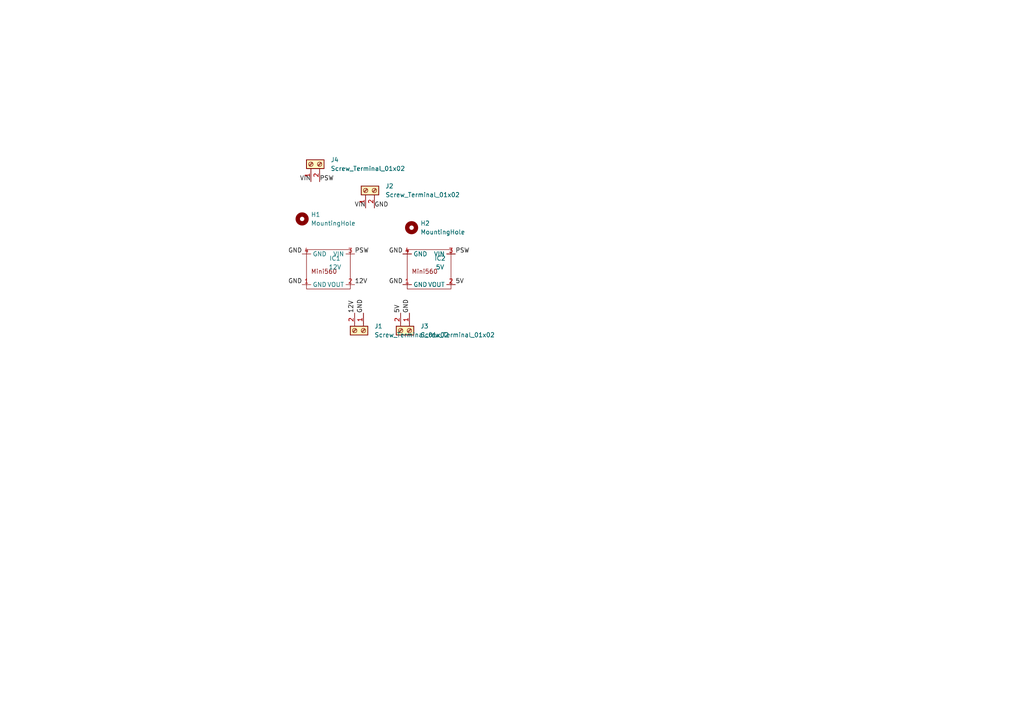
<source format=kicad_sch>
(kicad_sch (version 20211123) (generator eeschema)
  (paper "A4")
  (lib_symbols
    (symbol "Connector:Screw_Terminal_01x02" (pin_names (offset 1.016) hide)
      (property "Reference" "J" (at 0 2.54 0))
      (property "Value" "Screw_Terminal_01x02" (at 0 -5.08 0))
      (symbol "Screw_Terminal_01x02_1_1"
        (rectangle (start -1.27 1.27) (end 1.27 -3.81) (stroke (width 0.254)) (fill (type background)))
        (circle (center 0 -2.54) (radius 0.635) (stroke (width 0.1524)))
        (polyline (pts (xy -0.5334 -2.2098) (xy 0.3302 -3.048)) (stroke (width 0.1524)))
        (polyline (pts (xy -0.5334 0.3302) (xy 0.3302 -0.508)) (stroke (width 0.1524)))
        (polyline (pts (xy -0.3556 -2.032) (xy 0.508 -2.8702)) (stroke (width 0.1524)))
        (polyline (pts (xy -0.3556 0.508) (xy 0.508 -0.3302)) (stroke (width 0.1524)))
        (circle (center 0 0) (radius 0.635) (stroke (width 0.1524)))
        (pin passive line (at -5.08 0 0) (length 3.81) (name "Pin_1") (number "1"))
        (pin passive line (at -5.08 -2.54 0) (length 3.81) (name "Pin_2") (number "2"))
      )
    )
    (symbol "Mechanical:MountingHole" (pin_names (offset 1.016))
      (property "Reference" "H" (at 0 5.08 0))
      (property "Value" "MountingHole" (at 0 3.175 0))
      (symbol "MountingHole_0_1"
        (circle (center 0 0) (radius 1.27) (stroke (width 1.27)))
      )
    )
    (symbol "mini560:Mini560"
      (property "Reference" "IC" (at 0 0 0))
      (property "Value" "Mini560" (at 0 2.54 0))
      (symbol "Mini560_0_0"
        (text "Mini560" (at 2.54 -10.16 0) (effects (font (size 1.27 1.27))))
      )
      (symbol "Mini560_0_1"
        (rectangle (start -2.54 -3.81) (end 10.16 -15.24))
      )
      (symbol "Mini560_1_1"
        (pin output line (at -3.81 -13.97 0) (length 2.54) (name "GND") (number "1"))
        (pin output line (at 11.43 -13.97 180) (length 2.54) (name "VOUT") (number "2"))
        (pin input line (at 11.43 -5.08 180) (length 2.54) (name "VIN") (number "3"))
        (pin input line (at -3.81 -5.08 0) (length 2.54) (name "GND") (number "4"))
      )
    )
  )
  (label "VIN" (at 90.17 52.705 180))
  (label "PSW" (at 102.87 73.66 0))
  (label "PSW" (at 132.08 73.66 0))
  (label "PSW" (at 92.71 52.705 0))
  (label "GND" (at 116.84 82.55 180))
  (label "VIN" (at 106.045 60.325 180))
  (label "GND" (at 87.63 82.55 180))
  (label "12V" (at 102.87 90.805 90))
  (label "GND" (at 87.63 73.66 180))
  (label "12V" (at 102.87 82.55 0))
  (label "GND" (at 116.84 73.66 180))
  (label "5V" (at 116.205 90.805 90))
  (label "5V" (at 132.08 82.55 0))
  (label "GND" (at 105.41 90.805 90))
  (label "GND" (at 108.585 60.325 0))
  (label "GND" (at 118.745 90.805 90))
  (symbol (lib_id "Mechanical:MountingHole") (at 119.38 66.04 0) (unit 1)
    (property "Reference" "H2" (at 121.92 64.7699 0) (effects (justify left)))
    (property "Value" "MountingHole" (at 121.92 67.3099 0) (effects (justify left)))
    (property "Footprint" "MountingHole:MountingHole_3.2mm_M3" (effects hide))
  )
  (symbol (lib_id "Mechanical:MountingHole") (at 87.63 63.5 0) (unit 1)
    (property "Reference" "H1" (at 90.17 62.2299 0) (effects (justify left)))
    (property "Value" "MountingHole" (at 90.17 64.7699 0) (effects (justify left)))
    (property "Footprint" "MountingHole:MountingHole_3.2mm_M3" (effects hide))
  )
  (symbol (lib_id "mini560:Mini560") (at 91.44 68.58 0) (unit 1)
    (property "Reference" "IC1" (at 97.155 74.93 0))
    (property "Value" "12V" (at 97.155 77.47 0))
    (property "Footprint" "Library:Mini560" (effects hide))
  )
  (symbol (lib_id "Connector:Screw_Terminal_01x02") (at 106.045 55.245 90) (unit 1)
    (property "Reference" "J2" (at 111.76 53.9749 90) (effects (justify right)))
    (property "Value" "Screw_Terminal_01x02" (at 111.76 56.5149 90) (effects (justify right)))
    (property "Footprint" "TerminalBlock:TerminalBlock_bornier-2_P5.08mm" (effects hide))
  )
  (symbol (lib_id "mini560:Mini560") (at 120.65 68.58 0) (unit 1)
    (property "Reference" "IC2" (at 127.635 74.93 0))
    (property "Value" "5V" (at 127.635 77.47 0))
    (property "Footprint" "Library:Mini560" (effects hide))
  )
  (symbol (lib_id "Connector:Screw_Terminal_01x02") (at 105.41 95.885 270) (unit 1)
    (property "Reference" "J1" (at 108.585 94.6149 90) (effects (justify left)))
    (property "Value" "Screw_Terminal_01x02" (at 108.585 97.1549 90) (effects (justify left)))
    (property "Footprint" "TerminalBlock:TerminalBlock_bornier-2_P5.08mm" (effects hide))
  )
  (symbol (lib_id "Connector:Screw_Terminal_01x02") (at 118.745 95.885 270) (unit 1)
    (property "Reference" "J3" (at 121.92 94.6149 90) (effects (justify left)))
    (property "Value" "Screw_Terminal_01x02" (at 121.92 97.1549 90) (effects (justify left)))
    (property "Footprint" "TerminalBlock:TerminalBlock_bornier-2_P5.08mm" (effects hide))
  )
  (symbol (lib_id "Connector:Screw_Terminal_01x02") (at 90.17 47.625 90) (unit 1)
    (property "Reference" "J4" (at 95.885 46.3549 90) (effects (justify right)))
    (property "Value" "Screw_Terminal_01x02" (at 95.885 48.8949 90) (effects (justify right)))
    (property "Footprint" "TerminalBlock:TerminalBlock_bornier-2_P5.08mm" (effects hide))
  )
)
</source>
